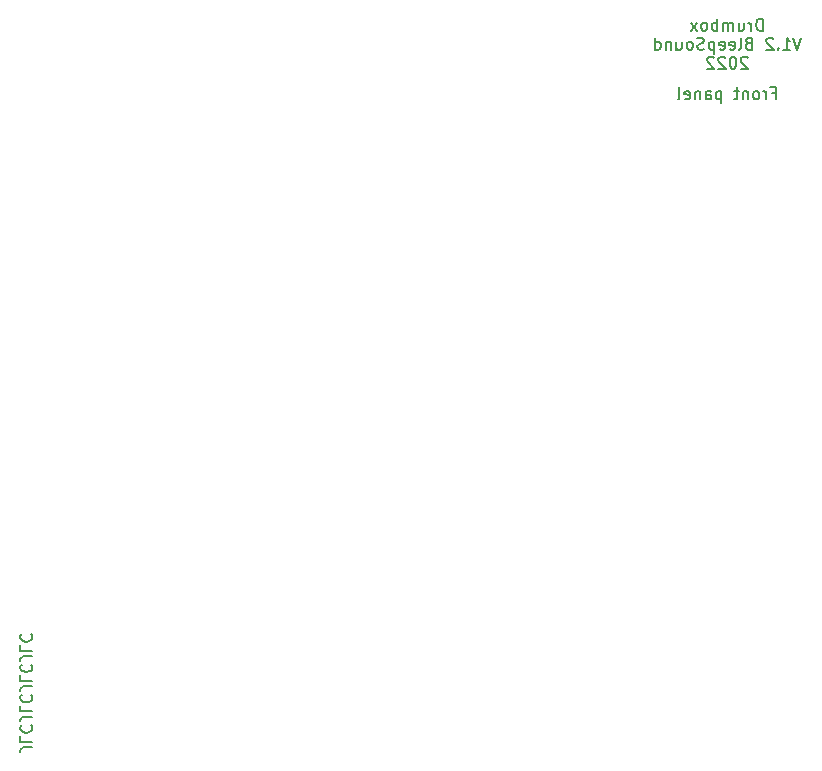
<source format=gbr>
G04 #@! TF.GenerationSoftware,KiCad,Pcbnew,(6.0.6)*
G04 #@! TF.CreationDate,2022-11-24T10:30:41+00:00*
G04 #@! TF.ProjectId,Drumbox,4472756d-626f-4782-9e6b-696361645f70,rev?*
G04 #@! TF.SameCoordinates,Original*
G04 #@! TF.FileFunction,Legend,Bot*
G04 #@! TF.FilePolarity,Positive*
%FSLAX46Y46*%
G04 Gerber Fmt 4.6, Leading zero omitted, Abs format (unit mm)*
G04 Created by KiCad (PCBNEW (6.0.6)) date 2022-11-24 10:30:41*
%MOMM*%
%LPD*%
G01*
G04 APERTURE LIST*
%ADD10C,0.150000*%
G04 APERTURE END LIST*
D10*
X100785714Y-45228571D02*
X101119047Y-45228571D01*
X101119047Y-45752380D02*
X101119047Y-44752380D01*
X100642857Y-44752380D01*
X100261904Y-45752380D02*
X100261904Y-45085714D01*
X100261904Y-45276190D02*
X100214285Y-45180952D01*
X100166666Y-45133333D01*
X100071428Y-45085714D01*
X99976190Y-45085714D01*
X99500000Y-45752380D02*
X99595238Y-45704761D01*
X99642857Y-45657142D01*
X99690476Y-45561904D01*
X99690476Y-45276190D01*
X99642857Y-45180952D01*
X99595238Y-45133333D01*
X99500000Y-45085714D01*
X99357142Y-45085714D01*
X99261904Y-45133333D01*
X99214285Y-45180952D01*
X99166666Y-45276190D01*
X99166666Y-45561904D01*
X99214285Y-45657142D01*
X99261904Y-45704761D01*
X99357142Y-45752380D01*
X99500000Y-45752380D01*
X98738095Y-45085714D02*
X98738095Y-45752380D01*
X98738095Y-45180952D02*
X98690476Y-45133333D01*
X98595238Y-45085714D01*
X98452380Y-45085714D01*
X98357142Y-45133333D01*
X98309523Y-45228571D01*
X98309523Y-45752380D01*
X97976190Y-45085714D02*
X97595238Y-45085714D01*
X97833333Y-44752380D02*
X97833333Y-45609523D01*
X97785714Y-45704761D01*
X97690476Y-45752380D01*
X97595238Y-45752380D01*
X96500000Y-45085714D02*
X96500000Y-46085714D01*
X96500000Y-45133333D02*
X96404761Y-45085714D01*
X96214285Y-45085714D01*
X96119047Y-45133333D01*
X96071428Y-45180952D01*
X96023809Y-45276190D01*
X96023809Y-45561904D01*
X96071428Y-45657142D01*
X96119047Y-45704761D01*
X96214285Y-45752380D01*
X96404761Y-45752380D01*
X96500000Y-45704761D01*
X95166666Y-45752380D02*
X95166666Y-45228571D01*
X95214285Y-45133333D01*
X95309523Y-45085714D01*
X95500000Y-45085714D01*
X95595238Y-45133333D01*
X95166666Y-45704761D02*
X95261904Y-45752380D01*
X95500000Y-45752380D01*
X95595238Y-45704761D01*
X95642857Y-45609523D01*
X95642857Y-45514285D01*
X95595238Y-45419047D01*
X95500000Y-45371428D01*
X95261904Y-45371428D01*
X95166666Y-45323809D01*
X94690476Y-45085714D02*
X94690476Y-45752380D01*
X94690476Y-45180952D02*
X94642857Y-45133333D01*
X94547619Y-45085714D01*
X94404761Y-45085714D01*
X94309523Y-45133333D01*
X94261904Y-45228571D01*
X94261904Y-45752380D01*
X93404761Y-45704761D02*
X93500000Y-45752380D01*
X93690476Y-45752380D01*
X93785714Y-45704761D01*
X93833333Y-45609523D01*
X93833333Y-45228571D01*
X93785714Y-45133333D01*
X93690476Y-45085714D01*
X93500000Y-45085714D01*
X93404761Y-45133333D01*
X93357142Y-45228571D01*
X93357142Y-45323809D01*
X93833333Y-45419047D01*
X92785714Y-45752380D02*
X92880952Y-45704761D01*
X92928571Y-45609523D01*
X92928571Y-44752380D01*
X38147619Y-100619047D02*
X37433333Y-100619047D01*
X37290476Y-100666666D01*
X37195238Y-100761904D01*
X37147619Y-100904761D01*
X37147619Y-101000000D01*
X37147619Y-99666666D02*
X37147619Y-100142857D01*
X38147619Y-100142857D01*
X37242857Y-98761904D02*
X37195238Y-98809523D01*
X37147619Y-98952380D01*
X37147619Y-99047619D01*
X37195238Y-99190476D01*
X37290476Y-99285714D01*
X37385714Y-99333333D01*
X37576190Y-99380952D01*
X37719047Y-99380952D01*
X37909523Y-99333333D01*
X38004761Y-99285714D01*
X38100000Y-99190476D01*
X38147619Y-99047619D01*
X38147619Y-98952380D01*
X38100000Y-98809523D01*
X38052380Y-98761904D01*
X38147619Y-98047619D02*
X37433333Y-98047619D01*
X37290476Y-98095238D01*
X37195238Y-98190476D01*
X37147619Y-98333333D01*
X37147619Y-98428571D01*
X37147619Y-97095238D02*
X37147619Y-97571428D01*
X38147619Y-97571428D01*
X37242857Y-96190476D02*
X37195238Y-96238095D01*
X37147619Y-96380952D01*
X37147619Y-96476190D01*
X37195238Y-96619047D01*
X37290476Y-96714285D01*
X37385714Y-96761904D01*
X37576190Y-96809523D01*
X37719047Y-96809523D01*
X37909523Y-96761904D01*
X38004761Y-96714285D01*
X38100000Y-96619047D01*
X38147619Y-96476190D01*
X38147619Y-96380952D01*
X38100000Y-96238095D01*
X38052380Y-96190476D01*
X38147619Y-95476190D02*
X37433333Y-95476190D01*
X37290476Y-95523809D01*
X37195238Y-95619047D01*
X37147619Y-95761904D01*
X37147619Y-95857142D01*
X37147619Y-94523809D02*
X37147619Y-95000000D01*
X38147619Y-95000000D01*
X37242857Y-93619047D02*
X37195238Y-93666666D01*
X37147619Y-93809523D01*
X37147619Y-93904761D01*
X37195238Y-94047619D01*
X37290476Y-94142857D01*
X37385714Y-94190476D01*
X37576190Y-94238095D01*
X37719047Y-94238095D01*
X37909523Y-94190476D01*
X38004761Y-94142857D01*
X38100000Y-94047619D01*
X38147619Y-93904761D01*
X38147619Y-93809523D01*
X38100000Y-93666666D01*
X38052380Y-93619047D01*
X38147619Y-92904761D02*
X37433333Y-92904761D01*
X37290476Y-92952380D01*
X37195238Y-93047619D01*
X37147619Y-93190476D01*
X37147619Y-93285714D01*
X37147619Y-91952380D02*
X37147619Y-92428571D01*
X38147619Y-92428571D01*
X37242857Y-91047619D02*
X37195238Y-91095238D01*
X37147619Y-91238095D01*
X37147619Y-91333333D01*
X37195238Y-91476190D01*
X37290476Y-91571428D01*
X37385714Y-91619047D01*
X37576190Y-91666666D01*
X37719047Y-91666666D01*
X37909523Y-91619047D01*
X38004761Y-91571428D01*
X38100000Y-91476190D01*
X38147619Y-91333333D01*
X38147619Y-91238095D01*
X38100000Y-91095238D01*
X38052380Y-91047619D01*
X100000000Y-39942380D02*
X100000000Y-38942380D01*
X99761904Y-38942380D01*
X99619047Y-38990000D01*
X99523809Y-39085238D01*
X99476190Y-39180476D01*
X99428571Y-39370952D01*
X99428571Y-39513809D01*
X99476190Y-39704285D01*
X99523809Y-39799523D01*
X99619047Y-39894761D01*
X99761904Y-39942380D01*
X100000000Y-39942380D01*
X99000000Y-39942380D02*
X99000000Y-39275714D01*
X99000000Y-39466190D02*
X98952380Y-39370952D01*
X98904761Y-39323333D01*
X98809523Y-39275714D01*
X98714285Y-39275714D01*
X97952380Y-39275714D02*
X97952380Y-39942380D01*
X98380952Y-39275714D02*
X98380952Y-39799523D01*
X98333333Y-39894761D01*
X98238095Y-39942380D01*
X98095238Y-39942380D01*
X98000000Y-39894761D01*
X97952380Y-39847142D01*
X97476190Y-39942380D02*
X97476190Y-39275714D01*
X97476190Y-39370952D02*
X97428571Y-39323333D01*
X97333333Y-39275714D01*
X97190476Y-39275714D01*
X97095238Y-39323333D01*
X97047619Y-39418571D01*
X97047619Y-39942380D01*
X97047619Y-39418571D02*
X97000000Y-39323333D01*
X96904761Y-39275714D01*
X96761904Y-39275714D01*
X96666666Y-39323333D01*
X96619047Y-39418571D01*
X96619047Y-39942380D01*
X96142857Y-39942380D02*
X96142857Y-38942380D01*
X96142857Y-39323333D02*
X96047619Y-39275714D01*
X95857142Y-39275714D01*
X95761904Y-39323333D01*
X95714285Y-39370952D01*
X95666666Y-39466190D01*
X95666666Y-39751904D01*
X95714285Y-39847142D01*
X95761904Y-39894761D01*
X95857142Y-39942380D01*
X96047619Y-39942380D01*
X96142857Y-39894761D01*
X95095238Y-39942380D02*
X95190476Y-39894761D01*
X95238095Y-39847142D01*
X95285714Y-39751904D01*
X95285714Y-39466190D01*
X95238095Y-39370952D01*
X95190476Y-39323333D01*
X95095238Y-39275714D01*
X94952380Y-39275714D01*
X94857142Y-39323333D01*
X94809523Y-39370952D01*
X94761904Y-39466190D01*
X94761904Y-39751904D01*
X94809523Y-39847142D01*
X94857142Y-39894761D01*
X94952380Y-39942380D01*
X95095238Y-39942380D01*
X94428571Y-39942380D02*
X93904761Y-39275714D01*
X94428571Y-39275714D02*
X93904761Y-39942380D01*
X103261904Y-40552380D02*
X102928571Y-41552380D01*
X102595238Y-40552380D01*
X101738095Y-41552380D02*
X102309523Y-41552380D01*
X102023809Y-41552380D02*
X102023809Y-40552380D01*
X102119047Y-40695238D01*
X102214285Y-40790476D01*
X102309523Y-40838095D01*
X101309523Y-41457142D02*
X101261904Y-41504761D01*
X101309523Y-41552380D01*
X101357142Y-41504761D01*
X101309523Y-41457142D01*
X101309523Y-41552380D01*
X100880952Y-40647619D02*
X100833333Y-40600000D01*
X100738095Y-40552380D01*
X100500000Y-40552380D01*
X100404761Y-40600000D01*
X100357142Y-40647619D01*
X100309523Y-40742857D01*
X100309523Y-40838095D01*
X100357142Y-40980952D01*
X100928571Y-41552380D01*
X100309523Y-41552380D01*
X98785714Y-41028571D02*
X98642857Y-41076190D01*
X98595238Y-41123809D01*
X98547619Y-41219047D01*
X98547619Y-41361904D01*
X98595238Y-41457142D01*
X98642857Y-41504761D01*
X98738095Y-41552380D01*
X99119047Y-41552380D01*
X99119047Y-40552380D01*
X98785714Y-40552380D01*
X98690476Y-40600000D01*
X98642857Y-40647619D01*
X98595238Y-40742857D01*
X98595238Y-40838095D01*
X98642857Y-40933333D01*
X98690476Y-40980952D01*
X98785714Y-41028571D01*
X99119047Y-41028571D01*
X97976190Y-41552380D02*
X98071428Y-41504761D01*
X98119047Y-41409523D01*
X98119047Y-40552380D01*
X97214285Y-41504761D02*
X97309523Y-41552380D01*
X97500000Y-41552380D01*
X97595238Y-41504761D01*
X97642857Y-41409523D01*
X97642857Y-41028571D01*
X97595238Y-40933333D01*
X97500000Y-40885714D01*
X97309523Y-40885714D01*
X97214285Y-40933333D01*
X97166666Y-41028571D01*
X97166666Y-41123809D01*
X97642857Y-41219047D01*
X96357142Y-41504761D02*
X96452380Y-41552380D01*
X96642857Y-41552380D01*
X96738095Y-41504761D01*
X96785714Y-41409523D01*
X96785714Y-41028571D01*
X96738095Y-40933333D01*
X96642857Y-40885714D01*
X96452380Y-40885714D01*
X96357142Y-40933333D01*
X96309523Y-41028571D01*
X96309523Y-41123809D01*
X96785714Y-41219047D01*
X95880952Y-40885714D02*
X95880952Y-41885714D01*
X95880952Y-40933333D02*
X95785714Y-40885714D01*
X95595238Y-40885714D01*
X95500000Y-40933333D01*
X95452380Y-40980952D01*
X95404761Y-41076190D01*
X95404761Y-41361904D01*
X95452380Y-41457142D01*
X95500000Y-41504761D01*
X95595238Y-41552380D01*
X95785714Y-41552380D01*
X95880952Y-41504761D01*
X95023809Y-41504761D02*
X94880952Y-41552380D01*
X94642857Y-41552380D01*
X94547619Y-41504761D01*
X94500000Y-41457142D01*
X94452380Y-41361904D01*
X94452380Y-41266666D01*
X94500000Y-41171428D01*
X94547619Y-41123809D01*
X94642857Y-41076190D01*
X94833333Y-41028571D01*
X94928571Y-40980952D01*
X94976190Y-40933333D01*
X95023809Y-40838095D01*
X95023809Y-40742857D01*
X94976190Y-40647619D01*
X94928571Y-40600000D01*
X94833333Y-40552380D01*
X94595238Y-40552380D01*
X94452380Y-40600000D01*
X93880952Y-41552380D02*
X93976190Y-41504761D01*
X94023809Y-41457142D01*
X94071428Y-41361904D01*
X94071428Y-41076190D01*
X94023809Y-40980952D01*
X93976190Y-40933333D01*
X93880952Y-40885714D01*
X93738095Y-40885714D01*
X93642857Y-40933333D01*
X93595238Y-40980952D01*
X93547619Y-41076190D01*
X93547619Y-41361904D01*
X93595238Y-41457142D01*
X93642857Y-41504761D01*
X93738095Y-41552380D01*
X93880952Y-41552380D01*
X92690476Y-40885714D02*
X92690476Y-41552380D01*
X93119047Y-40885714D02*
X93119047Y-41409523D01*
X93071428Y-41504761D01*
X92976190Y-41552380D01*
X92833333Y-41552380D01*
X92738095Y-41504761D01*
X92690476Y-41457142D01*
X92214285Y-40885714D02*
X92214285Y-41552380D01*
X92214285Y-40980952D02*
X92166666Y-40933333D01*
X92071428Y-40885714D01*
X91928571Y-40885714D01*
X91833333Y-40933333D01*
X91785714Y-41028571D01*
X91785714Y-41552380D01*
X90880952Y-41552380D02*
X90880952Y-40552380D01*
X90880952Y-41504761D02*
X90976190Y-41552380D01*
X91166666Y-41552380D01*
X91261904Y-41504761D01*
X91309523Y-41457142D01*
X91357142Y-41361904D01*
X91357142Y-41076190D01*
X91309523Y-40980952D01*
X91261904Y-40933333D01*
X91166666Y-40885714D01*
X90976190Y-40885714D01*
X90880952Y-40933333D01*
X98714285Y-42257619D02*
X98666666Y-42210000D01*
X98571428Y-42162380D01*
X98333333Y-42162380D01*
X98238095Y-42210000D01*
X98190476Y-42257619D01*
X98142857Y-42352857D01*
X98142857Y-42448095D01*
X98190476Y-42590952D01*
X98761904Y-43162380D01*
X98142857Y-43162380D01*
X97523809Y-42162380D02*
X97428571Y-42162380D01*
X97333333Y-42210000D01*
X97285714Y-42257619D01*
X97238095Y-42352857D01*
X97190476Y-42543333D01*
X97190476Y-42781428D01*
X97238095Y-42971904D01*
X97285714Y-43067142D01*
X97333333Y-43114761D01*
X97428571Y-43162380D01*
X97523809Y-43162380D01*
X97619047Y-43114761D01*
X97666666Y-43067142D01*
X97714285Y-42971904D01*
X97761904Y-42781428D01*
X97761904Y-42543333D01*
X97714285Y-42352857D01*
X97666666Y-42257619D01*
X97619047Y-42210000D01*
X97523809Y-42162380D01*
X96809523Y-42257619D02*
X96761904Y-42210000D01*
X96666666Y-42162380D01*
X96428571Y-42162380D01*
X96333333Y-42210000D01*
X96285714Y-42257619D01*
X96238095Y-42352857D01*
X96238095Y-42448095D01*
X96285714Y-42590952D01*
X96857142Y-43162380D01*
X96238095Y-43162380D01*
X95857142Y-42257619D02*
X95809523Y-42210000D01*
X95714285Y-42162380D01*
X95476190Y-42162380D01*
X95380952Y-42210000D01*
X95333333Y-42257619D01*
X95285714Y-42352857D01*
X95285714Y-42448095D01*
X95333333Y-42590952D01*
X95904761Y-43162380D01*
X95285714Y-43162380D01*
M02*

</source>
